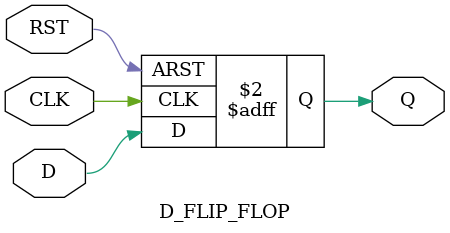
<source format=v>
module D_FLIP_FLOP (
    input D,      // Data input
    input CLK,    // Clock input
    input RST,    // Reset input (optional)
    output reg Q  // Output
);

    // On the rising edge of the clock or when reset is active, change state
    always @(posedge CLK or posedge RST) begin
        if (RST)          // If reset is active, set Q to 0
            Q <= 0;
        else              // Otherwise, Q follows D
            Q <= D;
    end

endmodule


</source>
